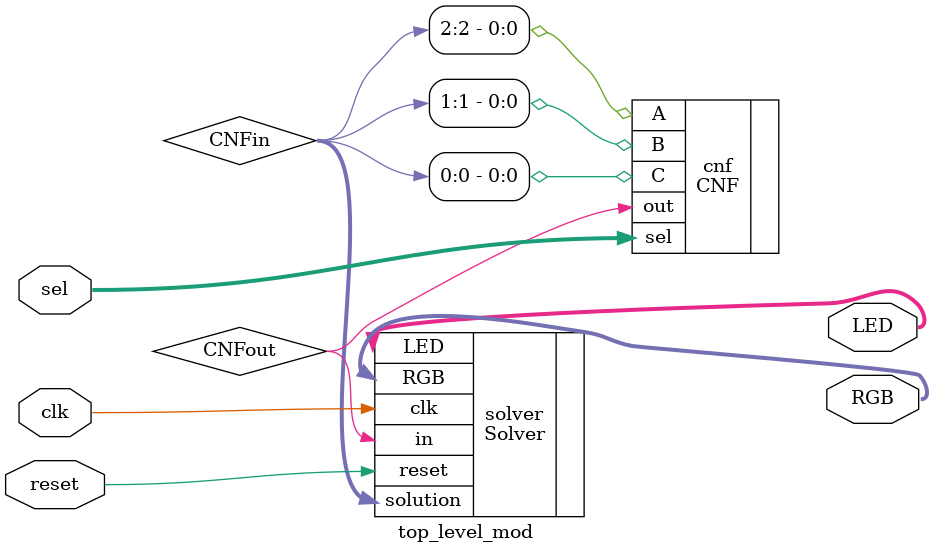
<source format=v>
`timescale 1ns / 1ps
/*
    Engineer: Rodrigo Becerril Ferreyra
    Company: California State University, Long Beach
    Project name: Lab 2
    Date: 03 October 2020
*/

module top_level_mod(
    input clk, input reset,
    input [1:0] sel,
    output [2:0] RGB,
    output [2:0] LED
    //debugging purposes
    //output [7:0] cathode,
    //output [7:0] anode
);

wire CNFout;
wire [2:0] CNFin;

Solver solver(.clk(clk), .reset(reset), .in(CNFout), .RGB(RGB), .solution(CNFin), .LED(LED));
CNF cnf(.A(CNFin[2]), .B(CNFin[1]), .C(CNFin[0]), .sel(sel), .out(CNFout));
//debugging purposes
//seven_segment ssd(.clk(clk), .rst(reset), .value(sel), .cathode(cathode), .anode(anode));

endmodule

</source>
